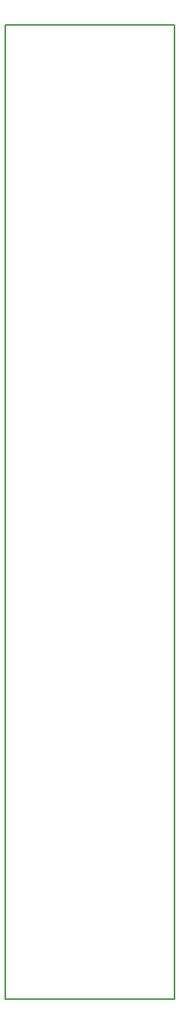
<source format=gbr>
G04 DipTrace 2.4.0.2*
%INBoardOutline.gbr*%
%MOMM*%
%ADD11C,0.152*%
%FSLAX53Y53*%
G04*
G71*
G90*
G75*
G01*
%LNBoardOutline*%
%LPD*%
X0Y0D2*
D11*
Y109220D1*
X19050D1*
Y0D1*
X0D1*
M02*

</source>
